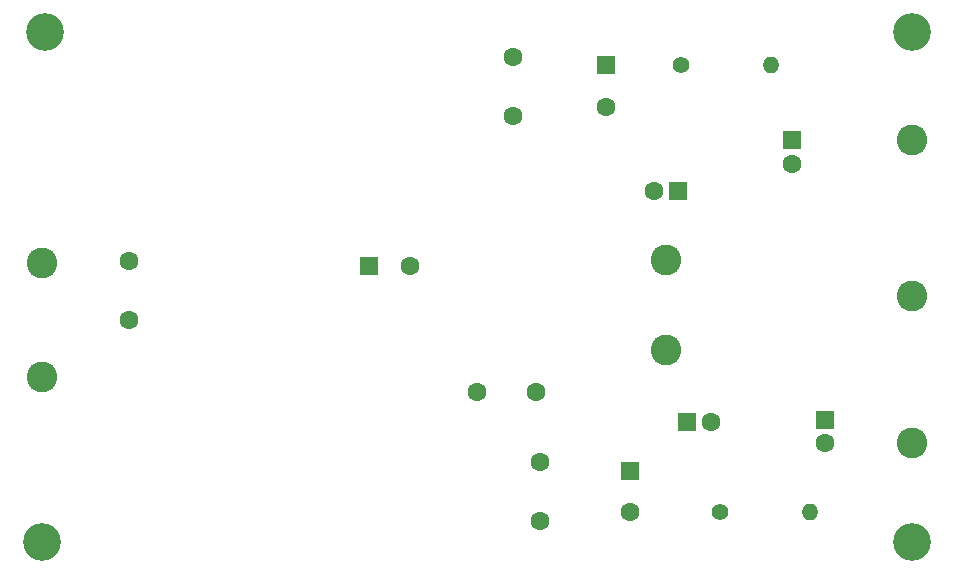
<source format=gbr>
G04 #@! TF.GenerationSoftware,KiCad,Pcbnew,(5.1.7-0-10_14)*
G04 #@! TF.CreationDate,2020-10-09T21:48:50+02:00*
G04 #@! TF.ProjectId,pre-amp-discret-v1,7072652d-616d-4702-9d64-697363726574,rev?*
G04 #@! TF.SameCoordinates,Original*
G04 #@! TF.FileFunction,Soldermask,Bot*
G04 #@! TF.FilePolarity,Negative*
%FSLAX46Y46*%
G04 Gerber Fmt 4.6, Leading zero omitted, Abs format (unit mm)*
G04 Created by KiCad (PCBNEW (5.1.7-0-10_14)) date 2020-10-09 21:48:50*
%MOMM*%
%LPD*%
G01*
G04 APERTURE LIST*
%ADD10O,1.400000X1.400000*%
%ADD11C,1.400000*%
%ADD12C,2.600000*%
%ADD13C,3.200000*%
%ADD14C,1.600000*%
%ADD15R,1.600000X1.600000*%
G04 APERTURE END LIST*
D10*
X191008000Y-140970000D03*
D11*
X183388000Y-140970000D03*
D10*
X187706000Y-103124000D03*
D11*
X180086000Y-103124000D03*
D12*
X178816000Y-127254000D03*
X178816000Y-119634000D03*
X199644000Y-122682000D03*
X125984000Y-119888000D03*
X199644000Y-135128000D03*
X125984000Y-129540000D03*
X199644000Y-109474000D03*
D13*
X126238000Y-100330000D03*
X125984000Y-143510000D03*
X199644000Y-143510000D03*
X199644000Y-100330000D03*
D14*
X182626000Y-133350000D03*
D15*
X180626000Y-133350000D03*
D14*
X192278000Y-135128000D03*
D15*
X192278000Y-133128000D03*
D14*
X177832000Y-113792000D03*
D15*
X179832000Y-113792000D03*
D14*
X189484000Y-111474000D03*
D15*
X189484000Y-109474000D03*
D14*
X162814000Y-130810000D03*
X167814000Y-130810000D03*
X157170000Y-120142000D03*
D15*
X153670000Y-120142000D03*
D14*
X168148000Y-136732000D03*
X168148000Y-141732000D03*
X165862000Y-102442000D03*
X165862000Y-107442000D03*
X175768000Y-140970000D03*
D15*
X175768000Y-137470000D03*
D14*
X133350000Y-119714000D03*
X133350000Y-124714000D03*
X173736000Y-106624000D03*
D15*
X173736000Y-103124000D03*
M02*

</source>
